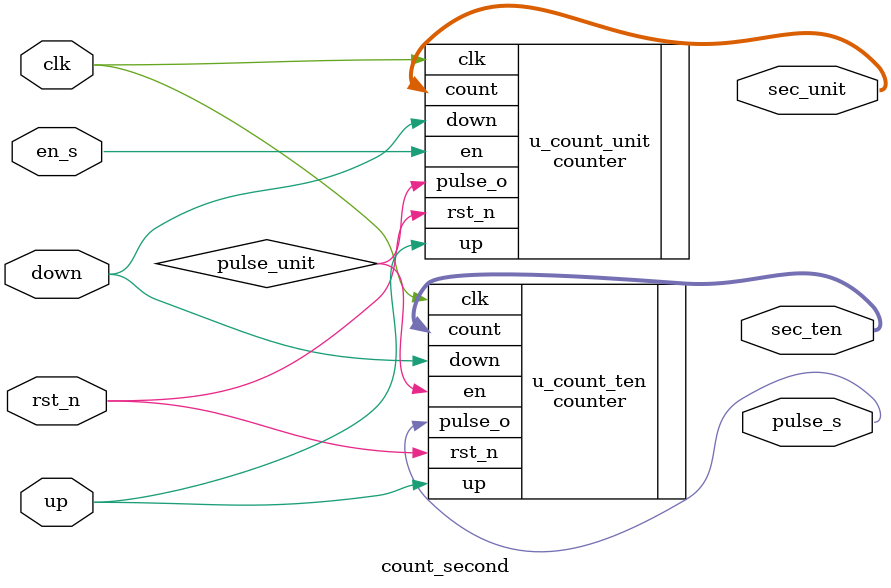
<source format=v>
module count_second #(
    parameter MAX_DISPLAY_UNIT  = 4,
    parameter MAX_DISPLAY_TEN   = 4
) (
    input                                   clk,
    input                                   rst_n,
    input                                   en_s,     
    input                                   up, down,
    output  reg [MAX_DISPLAY_UNIT - 1 : 0]  sec_unit,         
    output  reg [MAX_DISPLAY_TEN  - 1 : 0]  sec_ten,
    output                                  pulse_s          
);

    wire pulse_unit;

    counter #(
        .MAX_COUNT(9),
        .BIT_SIZE(4)
    ) u_count_unit (
        .clk(clk),
        .rst_n(rst_n),
        .en(en_s),
        .up(up),
        .down(down),
        .count(sec_unit),
        .pulse_o(pulse_unit)
    );

    counter #(
        .MAX_COUNT(5),
        .BIT_SIZE(4)
    ) u_count_ten (
        .clk(clk),
        .rst_n(rst_n),
        .en(pulse_unit), 
        .up(up),
        .down(down),            
        .count(sec_ten),
        .pulse_o(pulse_s)                     
    );

endmodule

</source>
